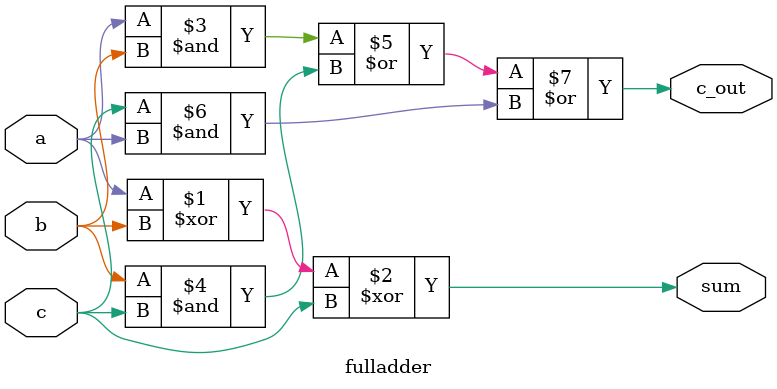
<source format=v>
module fulladder(sum,c_out,a,b,c);

input a,b,c;
output sum,c_out;

assign sum=a ^ b ^ c ;
assign c_out = ( a & b ) | ( b & c ) | ( c & a );
































endmodule 
</source>
